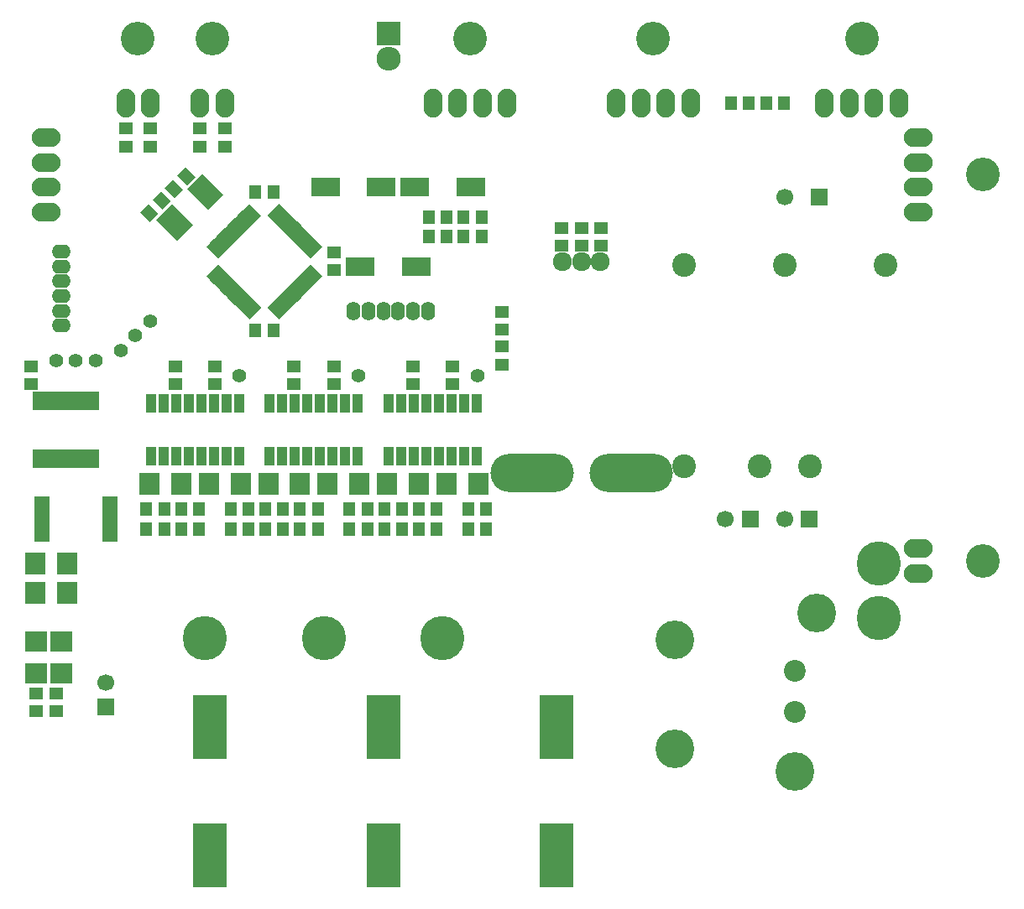
<source format=gbr>
G04 #@! TF.FileFunction,Soldermask,Top*
%FSLAX46Y46*%
G04 Gerber Fmt 4.6, Leading zero omitted, Abs format (unit mm)*
G04 Created by KiCad (PCBNEW 4.0.6) date 04/15/17 20:26:01*
%MOMM*%
%LPD*%
G01*
G04 APERTURE LIST*
%ADD10C,0.100000*%
%ADD11C,2.400000*%
%ADD12R,2.200000X2.000000*%
%ADD13R,1.400000X1.200000*%
%ADD14R,2.000000X2.200000*%
%ADD15R,1.200000X1.400000*%
%ADD16O,1.400000X1.924000*%
%ADD17O,1.924000X1.400000*%
%ADD18C,4.464000*%
%ADD19R,3.000000X1.900000*%
%ADD20C,1.924000*%
%ADD21O,8.400000X3.900000*%
%ADD22R,1.000000X1.900000*%
%ADD23R,1.600000X0.800000*%
%ADD24C,1.700000*%
%ADD25R,1.700000X1.700000*%
%ADD26R,2.432000X2.432000*%
%ADD27O,2.432000X2.432000*%
%ADD28C,1.400000*%
%ADD29C,3.900000*%
%ADD30C,2.200000*%
%ADD31O,1.900000X2.900000*%
%ADD32C,3.400000*%
%ADD33O,2.900000X1.900000*%
%ADD34R,3.400000X6.400000*%
%ADD35R,0.850000X1.850000*%
G04 APERTURE END LIST*
D10*
D11*
X80040000Y-45660000D03*
X74960000Y-45660000D03*
X67340000Y-45660000D03*
X67340000Y-25340000D03*
X77500000Y-25340000D03*
X87660000Y-25340000D03*
D12*
X2000000Y-63400000D03*
X2000000Y-66600000D03*
D10*
G36*
X15934315Y-18555635D02*
X14944365Y-17565685D01*
X15792893Y-16717157D01*
X16782843Y-17707107D01*
X15934315Y-18555635D01*
X15934315Y-18555635D01*
G37*
G36*
X17207107Y-17282843D02*
X16217157Y-16292893D01*
X17065685Y-15444365D01*
X18055635Y-16434315D01*
X17207107Y-17282843D01*
X17207107Y-17282843D01*
G37*
G36*
X14565685Y-17944365D02*
X15555635Y-18934315D01*
X14707107Y-19782843D01*
X13717157Y-18792893D01*
X14565685Y-17944365D01*
X14565685Y-17944365D01*
G37*
G36*
X13292893Y-19217157D02*
X14282843Y-20207107D01*
X13434315Y-21055635D01*
X12444365Y-20065685D01*
X13292893Y-19217157D01*
X13292893Y-19217157D01*
G37*
D13*
X20000000Y-37400000D03*
X20000000Y-35600000D03*
X44000000Y-37400000D03*
X44000000Y-35600000D03*
D14*
X34600000Y-47500000D03*
X31400000Y-47500000D03*
X28600000Y-47500000D03*
X25400000Y-47500000D03*
D12*
X4500000Y-63400000D03*
X4500000Y-66600000D03*
D14*
X1900000Y-58500000D03*
X5100000Y-58500000D03*
D15*
X26900000Y-50000000D03*
X25100000Y-50000000D03*
X14900000Y-50000000D03*
X13100000Y-50000000D03*
X38900000Y-50000000D03*
X37100000Y-50000000D03*
D13*
X28000000Y-37400000D03*
X28000000Y-35600000D03*
X16000000Y-37400000D03*
X16000000Y-35600000D03*
X40000000Y-37400000D03*
X40000000Y-35600000D03*
X55000000Y-23400000D03*
X55000000Y-21600000D03*
D15*
X25100000Y-52000000D03*
X26900000Y-52000000D03*
D10*
G36*
X18772792Y-16105887D02*
X20894113Y-18227208D01*
X19338478Y-19782843D01*
X17217157Y-17661522D01*
X18772792Y-16105887D01*
X18772792Y-16105887D01*
G37*
G36*
X15661522Y-19217157D02*
X17782843Y-21338478D01*
X16227208Y-22894113D01*
X14105887Y-20772792D01*
X15661522Y-19217157D01*
X15661522Y-19217157D01*
G37*
D15*
X13100000Y-52000000D03*
X14900000Y-52000000D03*
X37100000Y-52000000D03*
X38900000Y-52000000D03*
D13*
X32000000Y-37400000D03*
X32000000Y-35600000D03*
X57000000Y-21600000D03*
X57000000Y-23400000D03*
D14*
X22600000Y-47500000D03*
X19400000Y-47500000D03*
X16600000Y-47500000D03*
X13400000Y-47500000D03*
X46600000Y-47500000D03*
X43400000Y-47500000D03*
X40600000Y-47500000D03*
X37400000Y-47500000D03*
X1900000Y-55500000D03*
X5100000Y-55500000D03*
D15*
X33600000Y-50000000D03*
X35400000Y-50000000D03*
X28600000Y-50000000D03*
X30400000Y-50000000D03*
X21600000Y-50000000D03*
X23400000Y-50000000D03*
X16600000Y-50000000D03*
X18400000Y-50000000D03*
X45600000Y-50000000D03*
X47400000Y-50000000D03*
X40600000Y-50000000D03*
X42400000Y-50000000D03*
D16*
X41500000Y-30000000D03*
X40000000Y-30000000D03*
X38500000Y-30000000D03*
X37000000Y-30000000D03*
X35500000Y-30000000D03*
X34000000Y-30000000D03*
D17*
X4500000Y-24000000D03*
X4500000Y-25500000D03*
X4500000Y-27000000D03*
X4500000Y-28500000D03*
X4500000Y-30000000D03*
X4500000Y-31500000D03*
D18*
X31000000Y-63000000D03*
X19000000Y-63000000D03*
X43000000Y-63000000D03*
D15*
X33600000Y-52000000D03*
X35400000Y-52000000D03*
X28600000Y-52000000D03*
X30400000Y-52000000D03*
X21600000Y-52000000D03*
X23400000Y-52000000D03*
X16600000Y-52000000D03*
X18400000Y-52000000D03*
X45600000Y-52000000D03*
X47400000Y-52000000D03*
X40600000Y-52000000D03*
X42400000Y-52000000D03*
D19*
X40300000Y-25500000D03*
X34700000Y-25500000D03*
D10*
G36*
X23037779Y-19608311D02*
X23497398Y-19148692D01*
X24699479Y-20350773D01*
X24239860Y-20810392D01*
X23037779Y-19608311D01*
X23037779Y-19608311D01*
G37*
G36*
X22684226Y-19961864D02*
X23143845Y-19502245D01*
X24345926Y-20704326D01*
X23886307Y-21163945D01*
X22684226Y-19961864D01*
X22684226Y-19961864D01*
G37*
G36*
X22330672Y-20315418D02*
X22790291Y-19855799D01*
X23992372Y-21057880D01*
X23532753Y-21517499D01*
X22330672Y-20315418D01*
X22330672Y-20315418D01*
G37*
G36*
X21977119Y-20668971D02*
X22436738Y-20209352D01*
X23638819Y-21411433D01*
X23179200Y-21871052D01*
X21977119Y-20668971D01*
X21977119Y-20668971D01*
G37*
G36*
X21623566Y-21022524D02*
X22083185Y-20562905D01*
X23285266Y-21764986D01*
X22825647Y-22224605D01*
X21623566Y-21022524D01*
X21623566Y-21022524D01*
G37*
G36*
X21270012Y-21376078D02*
X21729631Y-20916459D01*
X22931712Y-22118540D01*
X22472093Y-22578159D01*
X21270012Y-21376078D01*
X21270012Y-21376078D01*
G37*
G36*
X20916459Y-21729631D02*
X21376078Y-21270012D01*
X22578159Y-22472093D01*
X22118540Y-22931712D01*
X20916459Y-21729631D01*
X20916459Y-21729631D01*
G37*
G36*
X20562905Y-22083185D02*
X21022524Y-21623566D01*
X22224605Y-22825647D01*
X21764986Y-23285266D01*
X20562905Y-22083185D01*
X20562905Y-22083185D01*
G37*
G36*
X20209352Y-22436738D02*
X20668971Y-21977119D01*
X21871052Y-23179200D01*
X21411433Y-23638819D01*
X20209352Y-22436738D01*
X20209352Y-22436738D01*
G37*
G36*
X19855799Y-22790291D02*
X20315418Y-22330672D01*
X21517499Y-23532753D01*
X21057880Y-23992372D01*
X19855799Y-22790291D01*
X19855799Y-22790291D01*
G37*
G36*
X19502245Y-23143845D02*
X19961864Y-22684226D01*
X21163945Y-23886307D01*
X20704326Y-24345926D01*
X19502245Y-23143845D01*
X19502245Y-23143845D01*
G37*
G36*
X19148692Y-23497398D02*
X19608311Y-23037779D01*
X20810392Y-24239860D01*
X20350773Y-24699479D01*
X19148692Y-23497398D01*
X19148692Y-23497398D01*
G37*
G36*
X19608311Y-26962221D02*
X19148692Y-26502602D01*
X20350773Y-25300521D01*
X20810392Y-25760140D01*
X19608311Y-26962221D01*
X19608311Y-26962221D01*
G37*
G36*
X19961864Y-27315774D02*
X19502245Y-26856155D01*
X20704326Y-25654074D01*
X21163945Y-26113693D01*
X19961864Y-27315774D01*
X19961864Y-27315774D01*
G37*
G36*
X20315418Y-27669328D02*
X19855799Y-27209709D01*
X21057880Y-26007628D01*
X21517499Y-26467247D01*
X20315418Y-27669328D01*
X20315418Y-27669328D01*
G37*
G36*
X20668971Y-28022881D02*
X20209352Y-27563262D01*
X21411433Y-26361181D01*
X21871052Y-26820800D01*
X20668971Y-28022881D01*
X20668971Y-28022881D01*
G37*
G36*
X21022524Y-28376434D02*
X20562905Y-27916815D01*
X21764986Y-26714734D01*
X22224605Y-27174353D01*
X21022524Y-28376434D01*
X21022524Y-28376434D01*
G37*
G36*
X21376078Y-28729988D02*
X20916459Y-28270369D01*
X22118540Y-27068288D01*
X22578159Y-27527907D01*
X21376078Y-28729988D01*
X21376078Y-28729988D01*
G37*
G36*
X21729631Y-29083541D02*
X21270012Y-28623922D01*
X22472093Y-27421841D01*
X22931712Y-27881460D01*
X21729631Y-29083541D01*
X21729631Y-29083541D01*
G37*
G36*
X22083185Y-29437095D02*
X21623566Y-28977476D01*
X22825647Y-27775395D01*
X23285266Y-28235014D01*
X22083185Y-29437095D01*
X22083185Y-29437095D01*
G37*
G36*
X22436738Y-29790648D02*
X21977119Y-29331029D01*
X23179200Y-28128948D01*
X23638819Y-28588567D01*
X22436738Y-29790648D01*
X22436738Y-29790648D01*
G37*
G36*
X22790291Y-30144201D02*
X22330672Y-29684582D01*
X23532753Y-28482501D01*
X23992372Y-28942120D01*
X22790291Y-30144201D01*
X22790291Y-30144201D01*
G37*
G36*
X23143845Y-30497755D02*
X22684226Y-30038136D01*
X23886307Y-28836055D01*
X24345926Y-29295674D01*
X23143845Y-30497755D01*
X23143845Y-30497755D01*
G37*
G36*
X23497398Y-30851308D02*
X23037779Y-30391689D01*
X24239860Y-29189608D01*
X24699479Y-29649227D01*
X23497398Y-30851308D01*
X23497398Y-30851308D01*
G37*
G36*
X25300521Y-29649227D02*
X25760140Y-29189608D01*
X26962221Y-30391689D01*
X26502602Y-30851308D01*
X25300521Y-29649227D01*
X25300521Y-29649227D01*
G37*
G36*
X25654074Y-29295674D02*
X26113693Y-28836055D01*
X27315774Y-30038136D01*
X26856155Y-30497755D01*
X25654074Y-29295674D01*
X25654074Y-29295674D01*
G37*
G36*
X26007628Y-28942120D02*
X26467247Y-28482501D01*
X27669328Y-29684582D01*
X27209709Y-30144201D01*
X26007628Y-28942120D01*
X26007628Y-28942120D01*
G37*
G36*
X26361181Y-28588567D02*
X26820800Y-28128948D01*
X28022881Y-29331029D01*
X27563262Y-29790648D01*
X26361181Y-28588567D01*
X26361181Y-28588567D01*
G37*
G36*
X26714734Y-28235014D02*
X27174353Y-27775395D01*
X28376434Y-28977476D01*
X27916815Y-29437095D01*
X26714734Y-28235014D01*
X26714734Y-28235014D01*
G37*
G36*
X27068288Y-27881460D02*
X27527907Y-27421841D01*
X28729988Y-28623922D01*
X28270369Y-29083541D01*
X27068288Y-27881460D01*
X27068288Y-27881460D01*
G37*
G36*
X27421841Y-27527907D02*
X27881460Y-27068288D01*
X29083541Y-28270369D01*
X28623922Y-28729988D01*
X27421841Y-27527907D01*
X27421841Y-27527907D01*
G37*
G36*
X27775395Y-27174353D02*
X28235014Y-26714734D01*
X29437095Y-27916815D01*
X28977476Y-28376434D01*
X27775395Y-27174353D01*
X27775395Y-27174353D01*
G37*
G36*
X28128948Y-26820800D02*
X28588567Y-26361181D01*
X29790648Y-27563262D01*
X29331029Y-28022881D01*
X28128948Y-26820800D01*
X28128948Y-26820800D01*
G37*
G36*
X28482501Y-26467247D02*
X28942120Y-26007628D01*
X30144201Y-27209709D01*
X29684582Y-27669328D01*
X28482501Y-26467247D01*
X28482501Y-26467247D01*
G37*
G36*
X28836055Y-26113693D02*
X29295674Y-25654074D01*
X30497755Y-26856155D01*
X30038136Y-27315774D01*
X28836055Y-26113693D01*
X28836055Y-26113693D01*
G37*
G36*
X29189608Y-25760140D02*
X29649227Y-25300521D01*
X30851308Y-26502602D01*
X30391689Y-26962221D01*
X29189608Y-25760140D01*
X29189608Y-25760140D01*
G37*
G36*
X29649227Y-24699479D02*
X29189608Y-24239860D01*
X30391689Y-23037779D01*
X30851308Y-23497398D01*
X29649227Y-24699479D01*
X29649227Y-24699479D01*
G37*
G36*
X29295674Y-24345926D02*
X28836055Y-23886307D01*
X30038136Y-22684226D01*
X30497755Y-23143845D01*
X29295674Y-24345926D01*
X29295674Y-24345926D01*
G37*
G36*
X28942120Y-23992372D02*
X28482501Y-23532753D01*
X29684582Y-22330672D01*
X30144201Y-22790291D01*
X28942120Y-23992372D01*
X28942120Y-23992372D01*
G37*
G36*
X28588567Y-23638819D02*
X28128948Y-23179200D01*
X29331029Y-21977119D01*
X29790648Y-22436738D01*
X28588567Y-23638819D01*
X28588567Y-23638819D01*
G37*
G36*
X28235014Y-23285266D02*
X27775395Y-22825647D01*
X28977476Y-21623566D01*
X29437095Y-22083185D01*
X28235014Y-23285266D01*
X28235014Y-23285266D01*
G37*
G36*
X27881460Y-22931712D02*
X27421841Y-22472093D01*
X28623922Y-21270012D01*
X29083541Y-21729631D01*
X27881460Y-22931712D01*
X27881460Y-22931712D01*
G37*
G36*
X27527907Y-22578159D02*
X27068288Y-22118540D01*
X28270369Y-20916459D01*
X28729988Y-21376078D01*
X27527907Y-22578159D01*
X27527907Y-22578159D01*
G37*
G36*
X27174353Y-22224605D02*
X26714734Y-21764986D01*
X27916815Y-20562905D01*
X28376434Y-21022524D01*
X27174353Y-22224605D01*
X27174353Y-22224605D01*
G37*
G36*
X26820800Y-21871052D02*
X26361181Y-21411433D01*
X27563262Y-20209352D01*
X28022881Y-20668971D01*
X26820800Y-21871052D01*
X26820800Y-21871052D01*
G37*
G36*
X26467247Y-21517499D02*
X26007628Y-21057880D01*
X27209709Y-19855799D01*
X27669328Y-20315418D01*
X26467247Y-21517499D01*
X26467247Y-21517499D01*
G37*
G36*
X26113693Y-21163945D02*
X25654074Y-20704326D01*
X26856155Y-19502245D01*
X27315774Y-19961864D01*
X26113693Y-21163945D01*
X26113693Y-21163945D01*
G37*
G36*
X25760140Y-20810392D02*
X25300521Y-20350773D01*
X26502602Y-19148692D01*
X26962221Y-19608311D01*
X25760140Y-20810392D01*
X25760140Y-20810392D01*
G37*
D20*
X58910000Y-25000000D03*
X57000000Y-25000000D03*
X55090000Y-25000000D03*
D21*
X52000000Y-46400000D03*
X62000000Y-46400000D03*
D22*
X34445000Y-39300000D03*
X33175000Y-39300000D03*
X31905000Y-39300000D03*
X30635000Y-39300000D03*
X29365000Y-39300000D03*
X28095000Y-39300000D03*
X26825000Y-39300000D03*
X25555000Y-39300000D03*
X25555000Y-44700000D03*
X26825000Y-44700000D03*
X28095000Y-44700000D03*
X29365000Y-44700000D03*
X30635000Y-44700000D03*
X31905000Y-44700000D03*
X33175000Y-44700000D03*
X34445000Y-44700000D03*
X22445000Y-39300000D03*
X21175000Y-39300000D03*
X19905000Y-39300000D03*
X18635000Y-39300000D03*
X17365000Y-39300000D03*
X16095000Y-39300000D03*
X14825000Y-39300000D03*
X13555000Y-39300000D03*
X13555000Y-44700000D03*
X14825000Y-44700000D03*
X16095000Y-44700000D03*
X17365000Y-44700000D03*
X18635000Y-44700000D03*
X19905000Y-44700000D03*
X21175000Y-44700000D03*
X22445000Y-44700000D03*
X46445000Y-39300000D03*
X45175000Y-39300000D03*
X43905000Y-39300000D03*
X42635000Y-39300000D03*
X41365000Y-39300000D03*
X40095000Y-39300000D03*
X38825000Y-39300000D03*
X37555000Y-39300000D03*
X37555000Y-44700000D03*
X38825000Y-44700000D03*
X40095000Y-44700000D03*
X41365000Y-44700000D03*
X42635000Y-44700000D03*
X43905000Y-44700000D03*
X45175000Y-44700000D03*
X46445000Y-44700000D03*
D23*
X2550000Y-49050000D03*
X2550000Y-49700000D03*
X2550000Y-50350000D03*
X2550000Y-51000000D03*
X2550000Y-51650000D03*
X2550000Y-52300000D03*
X2550000Y-52950000D03*
X9450000Y-52950000D03*
X9450000Y-52300000D03*
X9450000Y-51650000D03*
X9450000Y-51000000D03*
X9450000Y-50350000D03*
X9450000Y-49700000D03*
X9450000Y-49050000D03*
D24*
X9000000Y-67500000D03*
D25*
X9000000Y-70000000D03*
D26*
X37500000Y-2000000D03*
D27*
X37500000Y-4540000D03*
D19*
X45800000Y-17500000D03*
X40200000Y-17500000D03*
X36800000Y-17500000D03*
X31200000Y-17500000D03*
D13*
X49000000Y-31900000D03*
X49000000Y-30100000D03*
D15*
X45100000Y-20500000D03*
X46900000Y-20500000D03*
X45100000Y-22500000D03*
X46900000Y-22500000D03*
D13*
X1500000Y-37400000D03*
X1500000Y-35600000D03*
D15*
X25900000Y-32000000D03*
X24100000Y-32000000D03*
X24100000Y-18000000D03*
X25900000Y-18000000D03*
D13*
X32000000Y-24100000D03*
X32000000Y-25900000D03*
D15*
X75600000Y-9000000D03*
X77400000Y-9000000D03*
D13*
X4000000Y-70400000D03*
X4000000Y-68600000D03*
D28*
X13500000Y-31000000D03*
X12000000Y-32500000D03*
X10500000Y-34000000D03*
X4000000Y-35000000D03*
X6000000Y-35000000D03*
X8000000Y-35000000D03*
X34500000Y-36500000D03*
X22500000Y-36500000D03*
X46500000Y-36500000D03*
D18*
X87000000Y-55500000D03*
X87000000Y-61000000D03*
D29*
X78500000Y-76500000D03*
D30*
X78500000Y-66300000D03*
X78500000Y-70500000D03*
D29*
X80700000Y-60500000D03*
X66400000Y-74200000D03*
X66400000Y-63200000D03*
D13*
X13500000Y-11600000D03*
X13500000Y-13400000D03*
X21000000Y-11600000D03*
X21000000Y-13400000D03*
X49000000Y-35400000D03*
X49000000Y-33600000D03*
D15*
X41600000Y-20500000D03*
X43400000Y-20500000D03*
X41600000Y-22500000D03*
X43400000Y-22500000D03*
X72100000Y-9000000D03*
X73900000Y-9000000D03*
D13*
X2000000Y-68600000D03*
X2000000Y-70400000D03*
X11000000Y-13400000D03*
X11000000Y-11600000D03*
X18500000Y-13400000D03*
X18500000Y-11600000D03*
D31*
X89000000Y-9000000D03*
X86500000Y-9000000D03*
X84000000Y-9000000D03*
X81500000Y-9000000D03*
D32*
X85250000Y-2500000D03*
D24*
X77500000Y-18500000D03*
D25*
X81000000Y-18500000D03*
X80000000Y-51000000D03*
D24*
X77500000Y-51000000D03*
D25*
X74000000Y-51000000D03*
D24*
X71500000Y-51000000D03*
D31*
X49500000Y-9000000D03*
X47000000Y-9000000D03*
X44500000Y-9000000D03*
X42000000Y-9000000D03*
D32*
X45750000Y-2500000D03*
D31*
X68000000Y-9000000D03*
X65500000Y-9000000D03*
X63000000Y-9000000D03*
X60500000Y-9000000D03*
D32*
X64250000Y-2500000D03*
D33*
X91000000Y-20000000D03*
X91000000Y-17500000D03*
X91000000Y-15000000D03*
X91000000Y-12500000D03*
D32*
X97500000Y-16250000D03*
D33*
X3000000Y-12500000D03*
X3000000Y-15000000D03*
X3000000Y-17500000D03*
X3000000Y-20000000D03*
D13*
X59000000Y-23400000D03*
X59000000Y-21600000D03*
D34*
X54500000Y-85000000D03*
X54500000Y-72000000D03*
X37000000Y-85000000D03*
X37000000Y-72000000D03*
X19500000Y-85000000D03*
X19500000Y-72000000D03*
D35*
X2075000Y-44950000D03*
X2725000Y-44950000D03*
X3375000Y-44950000D03*
X4025000Y-44950000D03*
X4675000Y-44950000D03*
X5325000Y-44950000D03*
X5975000Y-44950000D03*
X6625000Y-44950000D03*
X7275000Y-44950000D03*
X7925000Y-44950000D03*
X7925000Y-39050000D03*
X7275000Y-39050000D03*
X6625000Y-39050000D03*
X5975000Y-39050000D03*
X5325000Y-39050000D03*
X4675000Y-39050000D03*
X4025000Y-39050000D03*
X3375000Y-39050000D03*
X2725000Y-39050000D03*
X2075000Y-39050000D03*
D33*
X91000000Y-56500000D03*
X91000000Y-54000000D03*
D32*
X97500000Y-55250000D03*
D31*
X13500000Y-9000000D03*
X11000000Y-9000000D03*
D32*
X12250000Y-2500000D03*
D31*
X21000000Y-9000000D03*
X18500000Y-9000000D03*
D32*
X19750000Y-2500000D03*
M02*

</source>
